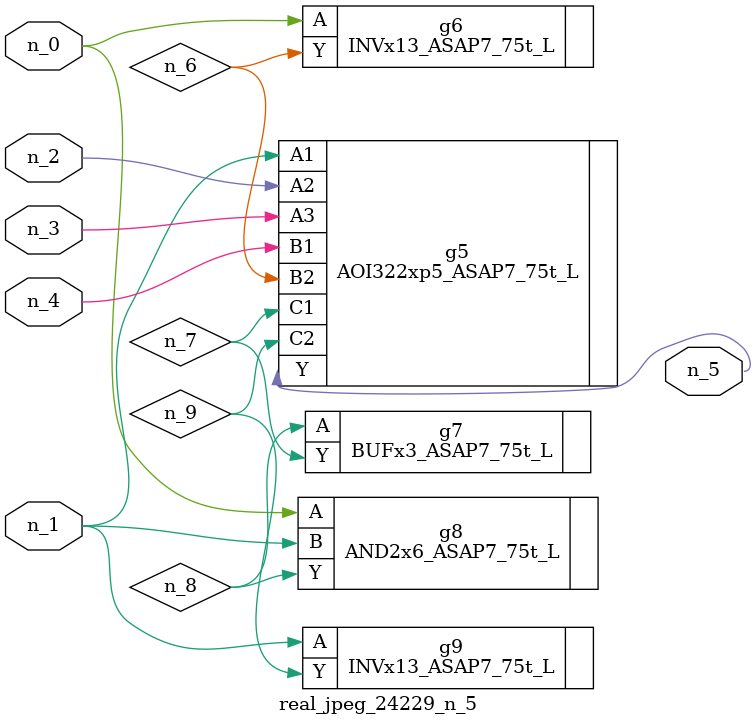
<source format=v>
module real_jpeg_24229_n_5 (n_4, n_0, n_1, n_2, n_3, n_5);

input n_4;
input n_0;
input n_1;
input n_2;
input n_3;

output n_5;

wire n_8;
wire n_6;
wire n_7;
wire n_9;

INVx13_ASAP7_75t_L g6 ( 
.A(n_0),
.Y(n_6)
);

AND2x6_ASAP7_75t_L g8 ( 
.A(n_0),
.B(n_1),
.Y(n_8)
);

AOI322xp5_ASAP7_75t_L g5 ( 
.A1(n_1),
.A2(n_2),
.A3(n_3),
.B1(n_4),
.B2(n_6),
.C1(n_7),
.C2(n_9),
.Y(n_5)
);

INVx13_ASAP7_75t_L g9 ( 
.A(n_1),
.Y(n_9)
);

BUFx3_ASAP7_75t_L g7 ( 
.A(n_8),
.Y(n_7)
);


endmodule
</source>
